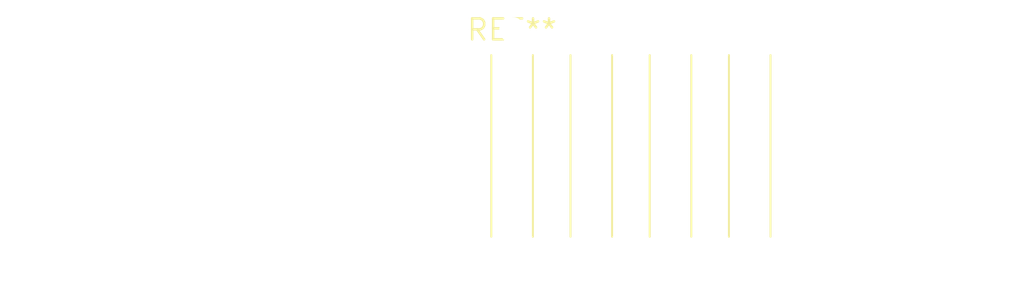
<source format=kicad_pcb>
(kicad_pcb (version 20240108) (generator pcbnew)
  (layers (0 "F.Cu" signal) (31 "B.Cu" signal) (34 "B.Paste" user) (35 "F.Paste" user) (36 "B.SilkS" user "B.Silkscreen") (37 "F.SilkS" user "F.Silkscreen") (38 "B.Mask" user) (39 "F.Mask" user) (44 "Edge.Cuts" user))
  (net 0 "")
  (footprint "SolderWire-0.75sqmm_1x04_P4.8mm_D1.25mm_OD2.3mm_Relief" (layer "F.Cu") (at 0 0)
    (property "Reference" "REF**")
    (property "Value" "SolderWire-0.75sqmm_1x04_P4.8mm_D1.25mm_OD2.3mm_Relief")
    (fp_line (start -1.26 1.535) (end -1.26 12.54) (layer "F.SilkS") (stroke (width 0.12)))
    (fp_line (start 1.26 1.535) (end 1.26 12.54) (layer "F.SilkS") (stroke (width 0.12)))
    (fp_line (start 3.54 1.535) (end 3.54 12.54) (layer "F.SilkS") (stroke (width 0.12)))
    (fp_line (start 6.06 1.535) (end 6.06 12.54) (layer "F.SilkS") (stroke (width 0.12)))
    (fp_line (start 8.34 1.535) (end 8.34 12.54) (layer "F.SilkS") (stroke (width 0.12)))
    (fp_line (start 10.86 1.535) (end 10.86 12.54) (layer "F.SilkS") (stroke (width 0.12)))
    (fp_line (start 13.14 1.535) (end 13.14 12.54) (layer "F.SilkS") (stroke (width 0.12)))
    (fp_line (start 15.66 1.535) (end 15.66 12.54) (layer "F.SilkS") (stroke (width 0.12)))
    (pad "" np_thru_hole circle (at 0 13.8) (size 2.8 2.8) (drill 2.8) (layers *.Cu *.Mask))
    (pad "" np_thru_hole circle (at 4.8 13.8) (size 2.8 2.8) (drill 2.8) (layers *.Cu *.Mask))
    (pad "" np_thru_hole circle (at 9.6 13.8) (size 2.8 2.8) (drill 2.8) (layers *.Cu *.Mask))
    (pad "" np_thru_hole circle (at 14.4 13.8) (size 2.8 2.8) (drill 2.8) (layers *.Cu *.Mask))
    (pad "1" thru_hole roundrect (at 0 0) (size 2.55 2.55) (drill 1.55) (layers *.Cu *.Mask) (remove_unused_layers) (roundrect_rratio 0.098039))
    (pad "2" thru_hole circle (at 4.8 0) (size 2.55 2.55) (drill 1.55) (layers *.Cu *.Mask) (remove_unused_layers))
    (pad "3" thru_hole circle (at 9.6 0) (size 2.55 2.55) (drill 1.55) (layers *.Cu *.Mask) (remove_unused_layers))
    (pad "4" thru_hole circle (at 14.4 0) (size 2.55 2.55) (drill 1.55) (layers *.Cu *.Mask) (remove_unused_layers))
  )
)
</source>
